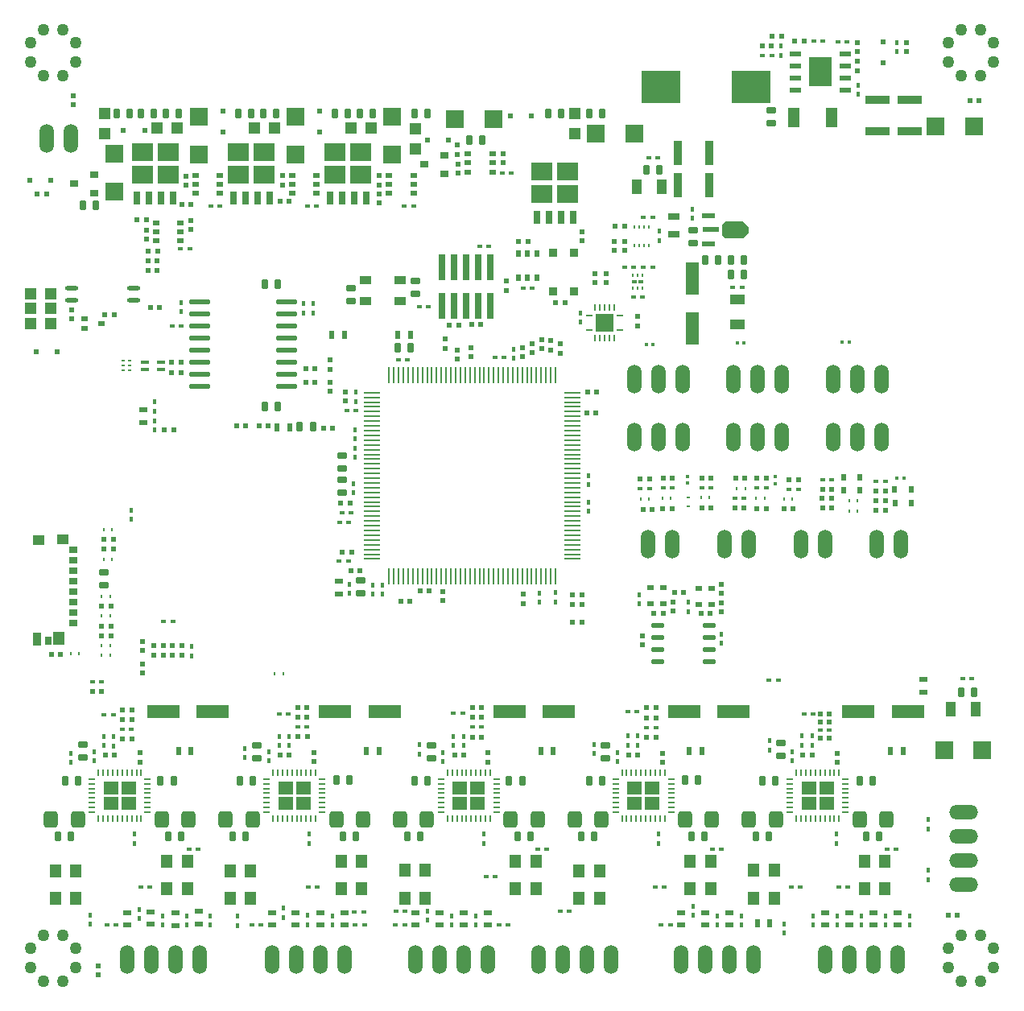
<source format=gtp>
G04*
G04 #@! TF.GenerationSoftware,Altium Limited,Altium Designer,18.1.7 (191)*
G04*
G04 Layer_Color=8421504*
%FSLAX25Y25*%
%MOIN*%
G70*
G01*
G75*
%ADD41O,0.05900X0.11900*%
%ADD42O,0.11900X0.05900*%
%ADD43R,0.06181X0.05276*%
%ADD44R,0.08898X0.07520*%
%ADD45R,0.02359X0.01181*%
%ADD46R,0.01201X0.01024*%
%ADD47R,0.05312X0.02162*%
%ADD48R,0.06887X0.02162*%
G04:AMPARAMS|DCode=49|XSize=20mil|YSize=22mil|CornerRadius=3.4mil|HoleSize=0mil|Usage=FLASHONLY|Rotation=270.000|XOffset=0mil|YOffset=0mil|HoleType=Round|Shape=RoundedRectangle|*
%AMROUNDEDRECTD49*
21,1,0.02000,0.01520,0,0,270.0*
21,1,0.01320,0.02200,0,0,270.0*
1,1,0.00680,-0.00760,-0.00660*
1,1,0.00680,-0.00760,0.00660*
1,1,0.00680,0.00760,0.00660*
1,1,0.00680,0.00760,-0.00660*
%
%ADD49ROUNDEDRECTD49*%
%ADD50O,0.00784X0.03147*%
%ADD51O,0.03147X0.00784*%
%ADD52R,0.02600X0.05400*%
%ADD53R,0.01454X0.01454*%
G04:AMPARAMS|DCode=54|XSize=20mil|YSize=22mil|CornerRadius=3.4mil|HoleSize=0mil|Usage=FLASHONLY|Rotation=180.000|XOffset=0mil|YOffset=0mil|HoleType=Round|Shape=RoundedRectangle|*
%AMROUNDEDRECTD54*
21,1,0.02000,0.01520,0,0,180.0*
21,1,0.01320,0.02200,0,0,180.0*
1,1,0.00680,-0.00660,0.00760*
1,1,0.00680,0.00660,0.00760*
1,1,0.00680,0.00660,-0.00760*
1,1,0.00680,-0.00660,-0.00760*
%
%ADD54ROUNDEDRECTD54*%
%ADD55R,0.01454X0.01454*%
%ADD56R,0.01378X0.00984*%
%ADD57R,0.03737X0.02556*%
%ADD58R,0.04524X0.03934*%
%ADD59R,0.04524X0.04328*%
%ADD60R,0.04524X0.05509*%
%ADD61R,0.02531X0.03737*%
%ADD62R,0.03343X0.05312*%
%ADD63R,0.07700X0.07700*%
%ADD64R,0.05312X0.13186*%
%ADD65R,0.03540X0.10430*%
%ADD66R,0.00784X0.01769*%
G04:AMPARAMS|DCode=67|XSize=27.13mil|YSize=37.37mil|CornerRadius=4.83mil|HoleSize=0mil|Usage=FLASHONLY|Rotation=90.000|XOffset=0mil|YOffset=0mil|HoleType=Round|Shape=RoundedRectangle|*
%AMROUNDEDRECTD67*
21,1,0.02713,0.02772,0,0,90.0*
21,1,0.01748,0.03737,0,0,90.0*
1,1,0.00965,0.01386,0.00874*
1,1,0.00965,0.01386,-0.00874*
1,1,0.00965,-0.01386,-0.00874*
1,1,0.00965,-0.01386,0.00874*
%
%ADD67ROUNDEDRECTD67*%
G04:AMPARAMS|DCode=68|XSize=27.13mil|YSize=37.37mil|CornerRadius=4.83mil|HoleSize=0mil|Usage=FLASHONLY|Rotation=0.000|XOffset=0mil|YOffset=0mil|HoleType=Round|Shape=RoundedRectangle|*
%AMROUNDEDRECTD68*
21,1,0.02713,0.02772,0,0,0.0*
21,1,0.01748,0.03737,0,0,0.0*
1,1,0.00965,0.00874,-0.01386*
1,1,0.00965,-0.00874,-0.01386*
1,1,0.00965,-0.00874,0.01386*
1,1,0.00965,0.00874,0.01386*
%
%ADD68ROUNDEDRECTD68*%
%ADD69R,0.10430X0.03540*%
%ADD70R,0.02162X0.02950*%
%ADD71R,0.02950X0.02162*%
%ADD72R,0.02438X0.03265*%
%ADD73R,0.13186X0.05312*%
G04:AMPARAMS|DCode=74|XSize=61mil|YSize=69mil|CornerRadius=14.75mil|HoleSize=0mil|Usage=FLASHONLY|Rotation=0.000|XOffset=0mil|YOffset=0mil|HoleType=Round|Shape=RoundedRectangle|*
%AMROUNDEDRECTD74*
21,1,0.06100,0.03950,0,0,0.0*
21,1,0.03150,0.06900,0,0,0.0*
1,1,0.02950,0.01575,-0.01975*
1,1,0.02950,-0.01575,-0.01975*
1,1,0.02950,-0.01575,0.01975*
1,1,0.02950,0.01575,0.01975*
%
%ADD74ROUNDEDRECTD74*%
%ADD75R,0.04918X0.05312*%
%ADD76R,0.03265X0.02438*%
%ADD77R,0.02200X0.02200*%
%ADD78R,0.03400X0.03000*%
%ADD79R,0.02200X0.02200*%
%ADD80R,0.02162X0.03147*%
%ADD81R,0.03147X0.02162*%
%ADD82R,0.04131X0.06493*%
%ADD83R,0.06493X0.04131*%
%ADD84R,0.00984X0.01378*%
%ADD85R,0.04600X0.04600*%
%ADD86R,0.04600X0.04600*%
%ADD87R,0.07700X0.07700*%
%ADD88O,0.05706X0.02162*%
%ADD89R,0.02753X0.10824*%
%ADD90R,0.00902X0.01375*%
%ADD91O,0.06887X0.00781*%
%ADD92O,0.00781X0.06887*%
%ADD93R,0.04524X0.03343*%
%ADD94O,0.08855X0.02162*%
%ADD95R,0.03737X0.03343*%
%ADD96R,0.03343X0.01375*%
%ADD97R,0.07800X0.07800*%
%ADD98O,0.02950X0.00902*%
%ADD99O,0.00902X0.02950*%
%ADD100R,0.02950X0.01965*%
%ADD101O,0.05509X0.01965*%
%ADD102R,0.04800X0.08100*%
%ADD103R,0.15942X0.13580*%
%ADD104R,0.04721X0.01965*%
%ADD105R,0.09249X0.12005*%
%ADD106R,0.04721X0.02950*%
%ADD107C,0.05000*%
%ADD108R,0.01769X0.01965*%
%ADD109R,0.01965X0.01769*%
G36*
X-53648Y182985D02*
X-52248Y184386D01*
X-44747Y184386D01*
X-42447Y182086D01*
X-42447Y179686D01*
X-44747Y177386D01*
X-52247Y177386D01*
X-53647Y178786D01*
X-53648Y182985D01*
D02*
G37*
G54D41*
X-323100Y218752D02*
D03*
X-333100D02*
D03*
X12300Y95152D02*
D03*
X-7700D02*
D03*
X2300D02*
D03*
X-28750D02*
D03*
X-48750D02*
D03*
X-38750D02*
D03*
X-69800D02*
D03*
X-89800D02*
D03*
X-79800D02*
D03*
X-7700Y119152D02*
D03*
X12300D02*
D03*
X2300D02*
D03*
X-48750D02*
D03*
X-28750D02*
D03*
X-38750D02*
D03*
X-89800D02*
D03*
X-69800D02*
D03*
X-79800D02*
D03*
X20300Y50552D02*
D03*
X10300D02*
D03*
X-11000D02*
D03*
X-21000D02*
D03*
X-42500D02*
D03*
X-52500D02*
D03*
X-74200D02*
D03*
X-84200D02*
D03*
X-11000Y-121248D02*
D03*
X-1000D02*
D03*
X19000D02*
D03*
X9000D02*
D03*
X-70500D02*
D03*
X-60500D02*
D03*
X-40500D02*
D03*
X-50500D02*
D03*
X-129500D02*
D03*
X-119500D02*
D03*
X-99500D02*
D03*
X-109500D02*
D03*
X-180500D02*
D03*
X-170500D02*
D03*
X-150500D02*
D03*
X-160500D02*
D03*
X-240000D02*
D03*
X-230000D02*
D03*
X-210000D02*
D03*
X-220000D02*
D03*
X-300000D02*
D03*
X-290000D02*
D03*
X-270000D02*
D03*
X-280000D02*
D03*
G54D42*
X46300Y-90248D02*
D03*
Y-80248D02*
D03*
Y-60248D02*
D03*
Y-70248D02*
D03*
G54D43*
X-299231Y-50256D02*
D03*
X-306598Y-56713D02*
D03*
X-306600Y-50255D02*
D03*
X-299232Y-56716D02*
D03*
X-82500D02*
D03*
X-89868Y-50255D02*
D03*
X-89865Y-56713D02*
D03*
X-82499Y-50256D02*
D03*
X-10255D02*
D03*
X-17621Y-56713D02*
D03*
X-17624Y-50255D02*
D03*
X-10256Y-56716D02*
D03*
X-226988D02*
D03*
X-234356Y-50255D02*
D03*
X-234353Y-56713D02*
D03*
X-226987Y-50256D02*
D03*
X-154743D02*
D03*
X-162109Y-56713D02*
D03*
X-162112Y-50255D02*
D03*
X-154744Y-56716D02*
D03*
G54D44*
X-128169Y205069D02*
D03*
X-117532Y205065D02*
D03*
X-117532Y195809D02*
D03*
X-128169Y195813D02*
D03*
X-213719Y203813D02*
D03*
X-203081Y203809D02*
D03*
X-203081Y213065D02*
D03*
X-213719Y213069D02*
D03*
X-253819D02*
D03*
X-243181Y213065D02*
D03*
X-243181Y203809D02*
D03*
X-253819Y203813D02*
D03*
X-293669D02*
D03*
X-283032Y203809D02*
D03*
X-283032Y213065D02*
D03*
X-293669Y213069D02*
D03*
G54D45*
X-89815Y159312D02*
D03*
X-87056D02*
D03*
G54D46*
X-298873Y126501D02*
D03*
X-298873Y124533D02*
D03*
Y122564D02*
D03*
X-301529Y122564D02*
D03*
Y124533D02*
D03*
X-301529Y126501D02*
D03*
G54D47*
X-59134Y186791D02*
D03*
Y174980D02*
D03*
G54D48*
X-58346Y180886D02*
D03*
G54D49*
X-120400Y133590D02*
D03*
Y129800D02*
D03*
X-86639Y8894D02*
D03*
Y12684D02*
D03*
X-293484Y6643D02*
D03*
Y10433D02*
D03*
X-284933Y4752D02*
D03*
Y8542D02*
D03*
X-169311Y27175D02*
D03*
Y30965D02*
D03*
X-281067Y4752D02*
D03*
Y8542D02*
D03*
X-277200Y4752D02*
D03*
Y8542D02*
D03*
X-288800Y8552D02*
D03*
Y4762D02*
D03*
X-132100Y133700D02*
D03*
Y129910D02*
D03*
X-124500Y131100D02*
D03*
Y134890D02*
D03*
X-128200Y135400D02*
D03*
Y131610D02*
D03*
X-135807Y29932D02*
D03*
Y26142D02*
D03*
X-163071Y131113D02*
D03*
Y127323D02*
D03*
X-157625Y132139D02*
D03*
Y128349D02*
D03*
X-53817Y26422D02*
D03*
Y22633D02*
D03*
X-322100Y236452D02*
D03*
Y232662D02*
D03*
X-312000Y-127648D02*
D03*
Y-123858D02*
D03*
X22913Y258447D02*
D03*
Y254658D02*
D03*
X-136100Y128300D02*
D03*
Y132090D02*
D03*
X-275699Y199366D02*
D03*
Y203155D02*
D03*
X-209500Y109852D02*
D03*
Y113642D02*
D03*
X-216000Y123152D02*
D03*
Y126942D02*
D03*
Y117652D02*
D03*
Y113862D02*
D03*
X-273400Y180952D02*
D03*
Y184742D02*
D03*
X-291900Y180652D02*
D03*
Y176862D02*
D03*
X-106181Y158907D02*
D03*
Y162697D02*
D03*
X-195500Y195652D02*
D03*
Y191862D02*
D03*
X-88600Y141152D02*
D03*
Y144942D02*
D03*
X-163100Y212152D02*
D03*
Y215942D02*
D03*
X-163000Y208152D02*
D03*
Y204362D02*
D03*
X-144100Y208652D02*
D03*
Y212442D02*
D03*
X-235598Y199458D02*
D03*
Y203248D02*
D03*
X-195600Y199452D02*
D03*
Y203242D02*
D03*
X-111400Y179952D02*
D03*
Y176162D02*
D03*
X-101457Y158907D02*
D03*
Y162697D02*
D03*
X-143048Y159606D02*
D03*
Y155817D02*
D03*
X-168091Y135542D02*
D03*
Y131752D02*
D03*
X-73848Y26664D02*
D03*
Y22874D02*
D03*
X-78374Y-36013D02*
D03*
Y-39803D02*
D03*
X-53839Y34085D02*
D03*
Y30295D02*
D03*
X-5933Y-35915D02*
D03*
Y-39705D02*
D03*
X-294516Y-35718D02*
D03*
Y-39508D02*
D03*
X-222468Y-35521D02*
D03*
Y-39311D02*
D03*
X-150421Y-35797D02*
D03*
Y-39587D02*
D03*
X-293484Y-2707D02*
D03*
Y1083D02*
D03*
X-322933Y143931D02*
D03*
Y147720D02*
D03*
X2335Y246770D02*
D03*
Y250560D02*
D03*
Y254570D02*
D03*
Y258360D02*
D03*
X-98063Y176093D02*
D03*
Y172303D02*
D03*
X-94028Y172293D02*
D03*
Y176083D02*
D03*
G54D50*
X-311774Y-63051D02*
D03*
X-309805D02*
D03*
X-307837D02*
D03*
X-305869D02*
D03*
X-303900D02*
D03*
X-301932D02*
D03*
X-299963D02*
D03*
X-297994D02*
D03*
X-296026D02*
D03*
X-294057D02*
D03*
Y-43917D02*
D03*
X-296026D02*
D03*
X-297994D02*
D03*
X-299963D02*
D03*
X-301932D02*
D03*
X-303900D02*
D03*
X-305869D02*
D03*
X-307837D02*
D03*
X-309805D02*
D03*
X-311774D02*
D03*
X-95042D02*
D03*
X-93073D02*
D03*
X-91105D02*
D03*
X-89136D02*
D03*
X-87168D02*
D03*
X-85199D02*
D03*
X-83231D02*
D03*
X-81262D02*
D03*
X-79294D02*
D03*
X-77325D02*
D03*
Y-63051D02*
D03*
X-79294D02*
D03*
X-81262D02*
D03*
X-83231D02*
D03*
X-85199D02*
D03*
X-87168D02*
D03*
X-89136D02*
D03*
X-91105D02*
D03*
X-93073D02*
D03*
X-95042D02*
D03*
X-22798D02*
D03*
X-20829D02*
D03*
X-18861D02*
D03*
X-16892D02*
D03*
X-14924D02*
D03*
X-12955D02*
D03*
X-10987D02*
D03*
X-9018D02*
D03*
X-7050D02*
D03*
X-5081D02*
D03*
Y-43917D02*
D03*
X-7050D02*
D03*
X-9018D02*
D03*
X-10987D02*
D03*
X-12955D02*
D03*
X-14924D02*
D03*
X-16892D02*
D03*
X-18861D02*
D03*
X-20829D02*
D03*
X-22798D02*
D03*
X-239530D02*
D03*
X-237561D02*
D03*
X-235593D02*
D03*
X-233624D02*
D03*
X-231656D02*
D03*
X-229687D02*
D03*
X-227719D02*
D03*
X-225750D02*
D03*
X-223782D02*
D03*
X-221813D02*
D03*
Y-63051D02*
D03*
X-223782D02*
D03*
X-225750D02*
D03*
X-227719D02*
D03*
X-229687D02*
D03*
X-231656D02*
D03*
X-233624D02*
D03*
X-235593D02*
D03*
X-237561D02*
D03*
X-239530D02*
D03*
X-167286D02*
D03*
X-165317D02*
D03*
X-163349D02*
D03*
X-161380D02*
D03*
X-159412D02*
D03*
X-157443D02*
D03*
X-155475D02*
D03*
X-153506D02*
D03*
X-151538D02*
D03*
X-149569D02*
D03*
Y-43917D02*
D03*
X-151538D02*
D03*
X-153506D02*
D03*
X-155475D02*
D03*
X-157443D02*
D03*
X-159412D02*
D03*
X-161380D02*
D03*
X-163349D02*
D03*
X-165317D02*
D03*
X-167286D02*
D03*
G54D51*
X-291400Y-60374D02*
D03*
Y-58405D02*
D03*
Y-56437D02*
D03*
Y-54468D02*
D03*
Y-52500D02*
D03*
Y-50531D02*
D03*
Y-48563D02*
D03*
Y-46594D02*
D03*
X-314432D02*
D03*
Y-48563D02*
D03*
Y-50531D02*
D03*
Y-52500D02*
D03*
Y-54468D02*
D03*
Y-56437D02*
D03*
Y-58405D02*
D03*
Y-60374D02*
D03*
X-97699D02*
D03*
Y-58405D02*
D03*
Y-56437D02*
D03*
Y-54468D02*
D03*
Y-52500D02*
D03*
Y-50531D02*
D03*
Y-48563D02*
D03*
Y-46594D02*
D03*
X-74668D02*
D03*
Y-48563D02*
D03*
Y-50531D02*
D03*
Y-52500D02*
D03*
Y-54468D02*
D03*
Y-56437D02*
D03*
Y-58405D02*
D03*
Y-60374D02*
D03*
X-2424D02*
D03*
Y-58405D02*
D03*
Y-56437D02*
D03*
Y-54468D02*
D03*
Y-52500D02*
D03*
Y-50531D02*
D03*
Y-48563D02*
D03*
Y-46594D02*
D03*
X-25455D02*
D03*
Y-48563D02*
D03*
Y-50531D02*
D03*
Y-52500D02*
D03*
Y-54468D02*
D03*
Y-56437D02*
D03*
Y-58405D02*
D03*
Y-60374D02*
D03*
X-242187D02*
D03*
Y-58405D02*
D03*
Y-56437D02*
D03*
Y-54468D02*
D03*
Y-52500D02*
D03*
Y-50531D02*
D03*
Y-48563D02*
D03*
Y-46594D02*
D03*
X-219156D02*
D03*
Y-48563D02*
D03*
Y-50531D02*
D03*
Y-52500D02*
D03*
Y-54468D02*
D03*
Y-56437D02*
D03*
Y-58405D02*
D03*
Y-60374D02*
D03*
X-146912D02*
D03*
Y-58405D02*
D03*
Y-56437D02*
D03*
Y-54468D02*
D03*
Y-52500D02*
D03*
Y-50531D02*
D03*
Y-48563D02*
D03*
Y-46594D02*
D03*
X-169943D02*
D03*
Y-48563D02*
D03*
Y-50531D02*
D03*
Y-52500D02*
D03*
Y-54468D02*
D03*
Y-56437D02*
D03*
Y-58405D02*
D03*
Y-60374D02*
D03*
G54D52*
X-130350Y185915D02*
D03*
X-125350D02*
D03*
X-120350D02*
D03*
X-115350D02*
D03*
X-200900Y193915D02*
D03*
X-205900D02*
D03*
X-210900D02*
D03*
X-215900D02*
D03*
X-256000D02*
D03*
X-251000D02*
D03*
X-246000D02*
D03*
X-241000D02*
D03*
X-280850D02*
D03*
X-285850D02*
D03*
X-290850D02*
D03*
X-295850D02*
D03*
G54D53*
X-47370Y133858D02*
D03*
X-44614D02*
D03*
X-84870Y133366D02*
D03*
X-82114D02*
D03*
X-1012Y134449D02*
D03*
X-3768D02*
D03*
X21654Y77953D02*
D03*
X18898D02*
D03*
G54D54*
X-207009Y47450D02*
D03*
X-210798D02*
D03*
X-280682Y98028D02*
D03*
X-284472D02*
D03*
X-9053Y-29744D02*
D03*
X-12843D02*
D03*
X-105500Y113652D02*
D03*
X-109290D02*
D03*
X-207700Y67500D02*
D03*
X-211490D02*
D03*
X-254700Y99652D02*
D03*
X-250910D02*
D03*
X-182765Y27106D02*
D03*
X-186555D02*
D03*
X-241500Y99652D02*
D03*
X-245290D02*
D03*
X-109676Y105118D02*
D03*
X-105886D02*
D03*
X-174793Y31240D02*
D03*
X-178583D02*
D03*
X-9053Y-23051D02*
D03*
X-12843D02*
D03*
X-115485Y25677D02*
D03*
X-111695D02*
D03*
X-111686Y29651D02*
D03*
X-115476D02*
D03*
X-115505Y18198D02*
D03*
X-111715D02*
D03*
X-333336Y195571D02*
D03*
X-337126D02*
D03*
X52758Y234315D02*
D03*
X48968D02*
D03*
X43800Y-102948D02*
D03*
X40010D02*
D03*
X-58194Y78140D02*
D03*
X-61984D02*
D03*
X-69448Y30774D02*
D03*
X-73238D02*
D03*
X-122400Y150652D02*
D03*
X-118610D02*
D03*
X-207195Y39665D02*
D03*
X-203405D02*
D03*
X-309500Y52700D02*
D03*
X-305710D02*
D03*
X-309500Y48600D02*
D03*
X-305710D02*
D03*
X-310399Y25000D02*
D03*
X-306609D02*
D03*
X-306600Y12800D02*
D03*
X-310390D02*
D03*
X-306600Y16800D02*
D03*
X-310390D02*
D03*
X-47905Y78111D02*
D03*
X-44115D02*
D03*
X-291186Y163846D02*
D03*
X-287396D02*
D03*
X-291184Y167952D02*
D03*
X-287395D02*
D03*
X-236644Y192618D02*
D03*
X-232854D02*
D03*
X-277297Y191344D02*
D03*
X-273507D02*
D03*
X-287367Y171942D02*
D03*
X-291157D02*
D03*
X-281400Y121552D02*
D03*
X-277610D02*
D03*
X-281400Y125952D02*
D03*
X-277610D02*
D03*
X-225900Y123252D02*
D03*
X-222110D02*
D03*
X-226000Y117752D02*
D03*
X-222210D02*
D03*
X-214900Y98552D02*
D03*
X-218690D02*
D03*
X-134000Y175852D02*
D03*
X-137790D02*
D03*
X-74273Y65433D02*
D03*
X-78063D02*
D03*
X-74252Y78012D02*
D03*
X-78042D02*
D03*
X-82425Y64855D02*
D03*
X-86214D02*
D03*
X-295800Y184852D02*
D03*
X-292010D02*
D03*
X-35364Y65298D02*
D03*
X-39154D02*
D03*
X-48258Y65650D02*
D03*
X-44469D02*
D03*
X-58206Y65767D02*
D03*
X-61996D02*
D03*
X-308900Y-36800D02*
D03*
X-305110D02*
D03*
X-298000Y-22100D02*
D03*
X-301790D02*
D03*
X-157000Y-17000D02*
D03*
X-153210D02*
D03*
X-229200Y-16900D02*
D03*
X-225410D02*
D03*
X-310529Y-10453D02*
D03*
X-314319D02*
D03*
X-331231Y5118D02*
D03*
X-327441D02*
D03*
X-301800Y-18000D02*
D03*
X-298010D02*
D03*
X-83627Y77806D02*
D03*
X-87417D02*
D03*
X-157200Y141552D02*
D03*
X-153410D02*
D03*
X-162600Y141452D02*
D03*
X-166390D02*
D03*
X-78048Y22122D02*
D03*
X-81838D02*
D03*
X-84800Y-17000D02*
D03*
X-81010D02*
D03*
X-81000Y-21200D02*
D03*
X-84790D02*
D03*
X-81000Y-29400D02*
D03*
X-84790D02*
D03*
X-92300Y-36600D02*
D03*
X-88510D02*
D03*
X-21948Y77468D02*
D03*
X-25738D02*
D03*
X-24058Y65300D02*
D03*
X-27848D02*
D03*
X-58533Y22146D02*
D03*
X-62323D02*
D03*
X-12853Y-19705D02*
D03*
X-9063D02*
D03*
X-12058Y69587D02*
D03*
X-8268D02*
D03*
X-8238Y73425D02*
D03*
X-12028D02*
D03*
X-12038Y65650D02*
D03*
X-8248D02*
D03*
X10206Y68701D02*
D03*
X13996D02*
D03*
X14006Y72638D02*
D03*
X10216D02*
D03*
X10206Y64665D02*
D03*
X13996D02*
D03*
X-20100Y-36600D02*
D03*
X-16310D02*
D03*
X-298000Y-30000D02*
D03*
X-301790D02*
D03*
X-225400Y-21000D02*
D03*
X-229190D02*
D03*
X-225300Y-29100D02*
D03*
X-229090D02*
D03*
X-236600Y-36700D02*
D03*
X-232810D02*
D03*
X-153200Y-21100D02*
D03*
X-156990D02*
D03*
X-153100Y-29200D02*
D03*
X-156890D02*
D03*
X-164300Y-36700D02*
D03*
X-160510D02*
D03*
X-305344Y145666D02*
D03*
X-309134D02*
D03*
X-290186Y148516D02*
D03*
X-286397D02*
D03*
X-35326Y78074D02*
D03*
X-39116D02*
D03*
X-23435Y258937D02*
D03*
X-19646D02*
D03*
X-28986Y261102D02*
D03*
X-32776D02*
D03*
X-33065Y257070D02*
D03*
X-36855D02*
D03*
X-97817Y182461D02*
D03*
X-94028D02*
D03*
G54D55*
X-31496Y78543D02*
D03*
Y75787D02*
D03*
X-67716Y78740D02*
D03*
Y75984D02*
D03*
G54D56*
X-67421Y66339D02*
D03*
Y69882D02*
D03*
G54D57*
X-322310Y48209D02*
D03*
Y43879D02*
D03*
Y39548D02*
D03*
Y35217D02*
D03*
Y30887D02*
D03*
Y26556D02*
D03*
Y22225D02*
D03*
Y17894D02*
D03*
G54D58*
X-326444Y52639D02*
D03*
G54D59*
X-336641Y52442D02*
D03*
G54D60*
X-328176Y11497D02*
D03*
G54D61*
X-332704Y10611D02*
D03*
G54D62*
X-337231Y11398D02*
D03*
G54D63*
X50636Y223799D02*
D03*
X34862D02*
D03*
X-164100Y226652D02*
D03*
X-148326D02*
D03*
X54132Y-34764D02*
D03*
X38358D02*
D03*
X-105800Y220552D02*
D03*
X-90026D02*
D03*
G54D64*
X-65800Y160588D02*
D03*
Y140116D02*
D03*
G54D65*
X-71780Y199488D02*
D03*
X-58984D02*
D03*
X-71780Y212579D02*
D03*
X-58984D02*
D03*
G54D66*
X-83988Y181870D02*
D03*
X-89894Y174390D02*
D03*
X-87925D02*
D03*
X-85957D02*
D03*
X-83988D02*
D03*
X-89894Y181870D02*
D03*
X-87925D02*
D03*
X-85957D02*
D03*
G54D67*
X-65630Y180709D02*
D03*
Y175354D02*
D03*
X-33295Y225059D02*
D03*
Y230413D02*
D03*
X-101833Y-38071D02*
D03*
Y-32717D02*
D03*
X-174035Y-37972D02*
D03*
Y-32618D02*
D03*
X-246287Y-38032D02*
D03*
Y-32677D02*
D03*
X-29358Y-31594D02*
D03*
Y-36949D02*
D03*
X-203200Y35577D02*
D03*
Y30223D02*
D03*
X-207213Y151437D02*
D03*
Y156791D02*
D03*
X-180702Y154421D02*
D03*
Y159776D02*
D03*
X-309600Y38877D02*
D03*
Y33523D02*
D03*
X-210900Y87377D02*
D03*
Y82023D02*
D03*
X-318236Y-37638D02*
D03*
Y-32283D02*
D03*
X-210900Y77277D02*
D03*
Y71923D02*
D03*
G54D68*
X-44646Y168287D02*
D03*
X-50000D02*
D03*
X-55079Y168386D02*
D03*
X-60433D02*
D03*
X-63394Y-47165D02*
D03*
X-68748D02*
D03*
X-180847Y-47303D02*
D03*
X-175492D02*
D03*
X-136366Y-47328D02*
D03*
X-141721D02*
D03*
X-178683Y-70236D02*
D03*
X-184038D02*
D03*
X-253189Y-47205D02*
D03*
X-247835D02*
D03*
X-207882Y-47165D02*
D03*
X-213236D02*
D03*
X-250894Y-70197D02*
D03*
X-256248D02*
D03*
X-210571Y-70236D02*
D03*
X-205217D02*
D03*
X11474Y-70236D02*
D03*
X6120D02*
D03*
X-39550D02*
D03*
X-34195D02*
D03*
X-237423Y107752D02*
D03*
X-242777D02*
D03*
Y158352D02*
D03*
X-237423D02*
D03*
X-84777Y205676D02*
D03*
X-79423D02*
D03*
X-304177Y228952D02*
D03*
X-298822D02*
D03*
X-180977Y228952D02*
D03*
X-175623D02*
D03*
X-278623Y228952D02*
D03*
X-283978D02*
D03*
X-243677Y228952D02*
D03*
X-238323D02*
D03*
X-198323Y228951D02*
D03*
X-203678D02*
D03*
X-182612Y132007D02*
D03*
X-187966D02*
D03*
X-223029Y99200D02*
D03*
X-228383D02*
D03*
X-44523Y162287D02*
D03*
X-49877D02*
D03*
X50658Y-10796D02*
D03*
X45303D02*
D03*
X-318377Y190952D02*
D03*
X-313023D02*
D03*
X-153023Y218052D02*
D03*
X-158377D02*
D03*
X-288723Y228952D02*
D03*
X-294077D02*
D03*
X-248523D02*
D03*
X-253877D02*
D03*
X-213777Y228952D02*
D03*
X-208423D02*
D03*
X-108701Y-47205D02*
D03*
X-103347D02*
D03*
X-106439Y-70236D02*
D03*
X-111794D02*
D03*
X-66124D02*
D03*
X-60770D02*
D03*
X8653Y-47264D02*
D03*
X3299D02*
D03*
X-36777Y-47300D02*
D03*
X-31423D02*
D03*
X-280697Y-47362D02*
D03*
X-286051D02*
D03*
X-325433Y-47205D02*
D03*
X-320079D02*
D03*
X-323138Y-70197D02*
D03*
X-328492D02*
D03*
X-282823D02*
D03*
X-277468D02*
D03*
X-138368Y-70236D02*
D03*
X-133014D02*
D03*
X-120223Y228951D02*
D03*
X-125577D02*
D03*
X-103323D02*
D03*
X-108677D02*
D03*
G54D69*
X10898Y234527D02*
D03*
Y221732D02*
D03*
X23988Y234527D02*
D03*
Y221732D02*
D03*
G54D70*
X24700Y67665D02*
D03*
X18007D02*
D03*
X17950Y73303D02*
D03*
X24643D02*
D03*
X3445Y72933D02*
D03*
X-3248D02*
D03*
X-3150Y78248D02*
D03*
X3543D02*
D03*
G54D71*
X-58048Y32446D02*
D03*
Y25754D02*
D03*
X-63348Y25754D02*
D03*
Y32447D02*
D03*
X-83248Y26028D02*
D03*
Y32720D02*
D03*
X-77848Y32620D02*
D03*
Y25927D02*
D03*
G54D72*
X-67114Y-34862D02*
D03*
X-61878D02*
D03*
X-200776Y-34961D02*
D03*
X-195539D02*
D03*
X-278630Y-34862D02*
D03*
X-273394D02*
D03*
X-182682Y137352D02*
D03*
X-187918D02*
D03*
X-38965Y-106417D02*
D03*
X-33728D02*
D03*
X-209895Y137345D02*
D03*
X-215131D02*
D03*
X16055Y-34862D02*
D03*
X21291D02*
D03*
X-128630Y-34961D02*
D03*
X-123394D02*
D03*
X-232658Y98859D02*
D03*
X-237894D02*
D03*
G54D73*
X-193335Y-18524D02*
D03*
X-213807D02*
D03*
X-48847D02*
D03*
X-69319D02*
D03*
X23398D02*
D03*
X2925D02*
D03*
X-264496D02*
D03*
X-284968D02*
D03*
X-121189D02*
D03*
X-141661D02*
D03*
G54D74*
X-186959Y-63248D02*
D03*
X-175761D02*
D03*
X-259169Y-63209D02*
D03*
X-247971D02*
D03*
X-202079Y-63189D02*
D03*
X-213277D02*
D03*
X-114715Y-63248D02*
D03*
X-103516D02*
D03*
X-57750D02*
D03*
X-68949D02*
D03*
X-42508Y-63287D02*
D03*
X-31309D02*
D03*
X14555Y-63189D02*
D03*
X3357D02*
D03*
X-331413Y-63209D02*
D03*
X-320215D02*
D03*
X-274421Y-63189D02*
D03*
X-285620D02*
D03*
X-129933Y-63287D02*
D03*
X-141131D02*
D03*
G54D75*
X-275028Y-92047D02*
D03*
Y-80630D02*
D03*
X-321063Y-84547D02*
D03*
Y-95965D02*
D03*
X-283563Y-80610D02*
D03*
Y-92028D02*
D03*
X-185039Y-95866D02*
D03*
Y-84449D02*
D03*
X-176476D02*
D03*
Y-95866D02*
D03*
X-130512Y-92126D02*
D03*
Y-80709D02*
D03*
X-139075D02*
D03*
Y-92126D02*
D03*
X-40551Y-95866D02*
D03*
Y-84449D02*
D03*
X-31988D02*
D03*
Y-95866D02*
D03*
X13878Y-92028D02*
D03*
Y-80610D02*
D03*
X5315D02*
D03*
Y-92028D02*
D03*
X-112857Y-96024D02*
D03*
Y-84606D02*
D03*
X-104331Y-84646D02*
D03*
Y-96063D02*
D03*
X-58268Y-92028D02*
D03*
Y-80610D02*
D03*
X-66831D02*
D03*
Y-92028D02*
D03*
X-257382Y-95965D02*
D03*
Y-84547D02*
D03*
X-248819D02*
D03*
Y-95965D02*
D03*
X-202783Y-92047D02*
D03*
Y-80630D02*
D03*
X-211319Y-80610D02*
D03*
Y-92028D02*
D03*
X-329555Y-95984D02*
D03*
Y-84567D02*
D03*
G54D76*
X-293154Y101075D02*
D03*
Y106311D02*
D03*
X-212205Y30059D02*
D03*
Y35295D02*
D03*
X19000Y-101912D02*
D03*
Y-107148D02*
D03*
X9000Y-101912D02*
D03*
Y-107148D02*
D03*
X-1000Y-101912D02*
D03*
Y-107148D02*
D03*
X-11000Y-101912D02*
D03*
Y-107148D02*
D03*
X-50500Y-101912D02*
D03*
Y-107148D02*
D03*
X-60500Y-101930D02*
D03*
Y-107166D02*
D03*
X-70500Y-101912D02*
D03*
Y-107148D02*
D03*
X-150500Y-101912D02*
D03*
Y-107148D02*
D03*
X-160500Y-101912D02*
D03*
Y-107148D02*
D03*
X-170500Y-101930D02*
D03*
Y-107166D02*
D03*
X-180500Y-101912D02*
D03*
Y-107148D02*
D03*
X-210000Y-101912D02*
D03*
Y-107148D02*
D03*
X-220000Y-101848D02*
D03*
Y-107084D02*
D03*
X-230200Y-101848D02*
D03*
Y-107084D02*
D03*
X-240000Y-101930D02*
D03*
Y-107166D02*
D03*
X29795Y-10512D02*
D03*
Y-5276D02*
D03*
X-280000Y-101948D02*
D03*
Y-107184D02*
D03*
X-270200Y-101430D02*
D03*
Y-106666D02*
D03*
X-290100Y-101548D02*
D03*
Y-106784D02*
D03*
X-300000Y-101930D02*
D03*
Y-107166D02*
D03*
G54D77*
X13013Y258747D02*
D03*
Y250016D02*
D03*
X-220300Y230152D02*
D03*
Y221421D02*
D03*
X-260100Y230152D02*
D03*
Y221421D02*
D03*
G54D78*
X-321900Y199852D02*
D03*
X-313563Y203652D02*
D03*
Y196112D02*
D03*
X-176800Y207852D02*
D03*
X-168463Y211652D02*
D03*
Y204112D02*
D03*
G54D79*
X-141300Y228052D02*
D03*
X-132569D02*
D03*
X-301400Y221952D02*
D03*
X-292669D02*
D03*
X-340140Y201278D02*
D03*
X-331409D02*
D03*
X-337631Y130452D02*
D03*
X-328900D02*
D03*
X-166727Y218038D02*
D03*
X-175458D02*
D03*
G54D80*
X-137840Y171103D02*
D03*
X-134100D02*
D03*
X-130360D02*
D03*
Y161064D02*
D03*
X-134100D02*
D03*
X-137840D02*
D03*
G54D81*
X-191400Y195912D02*
D03*
Y199652D02*
D03*
Y203392D02*
D03*
X-181361D02*
D03*
Y199652D02*
D03*
Y195912D02*
D03*
X-231465Y195846D02*
D03*
Y199587D02*
D03*
Y203327D02*
D03*
X-221425D02*
D03*
Y199587D02*
D03*
Y195846D02*
D03*
X-271622D02*
D03*
Y199587D02*
D03*
Y203327D02*
D03*
X-261583D02*
D03*
Y199587D02*
D03*
Y195846D02*
D03*
X-287792Y176299D02*
D03*
Y180039D02*
D03*
Y183779D02*
D03*
X-277753D02*
D03*
Y180039D02*
D03*
Y176299D02*
D03*
X-158720Y204812D02*
D03*
Y208552D02*
D03*
Y212292D02*
D03*
X-148680D02*
D03*
Y208552D02*
D03*
Y204812D02*
D03*
G54D82*
X-78483Y198552D02*
D03*
X-88916D02*
D03*
X51397Y-17596D02*
D03*
X40964D02*
D03*
G54D83*
X-47200Y141641D02*
D03*
Y152074D02*
D03*
G54D84*
X-58803Y69975D02*
D03*
X-62347D02*
D03*
X-43961Y73826D02*
D03*
X-47504D02*
D03*
X-35953Y69621D02*
D03*
X-39496D02*
D03*
X-78337Y69748D02*
D03*
X-74794D02*
D03*
X-83797Y69369D02*
D03*
X-87340D02*
D03*
X-306128Y44493D02*
D03*
X-309672D02*
D03*
X-310472Y29000D02*
D03*
X-306928D02*
D03*
Y4729D02*
D03*
X-310472D02*
D03*
Y20900D02*
D03*
X-306928D02*
D03*
Y8800D02*
D03*
X-310472D02*
D03*
X-28034Y69311D02*
D03*
X-24490D02*
D03*
X-235228Y-2948D02*
D03*
X-238772D02*
D03*
X2559Y64370D02*
D03*
X-984D02*
D03*
Y68504D02*
D03*
X2559D02*
D03*
X-319750Y5305D02*
D03*
X-323293D02*
D03*
X-309672Y56700D02*
D03*
X-306128D02*
D03*
G54D85*
X-331399Y142128D02*
D03*
X-339733D02*
D03*
Y148228D02*
D03*
X-331399D02*
D03*
X-207300Y223152D02*
D03*
X-198966D02*
D03*
X-238866D02*
D03*
X-247200D02*
D03*
X-287400D02*
D03*
X-279066D02*
D03*
X-339733Y154328D02*
D03*
X-331399D02*
D03*
G54D86*
X-114400Y228986D02*
D03*
Y220652D02*
D03*
X-309200Y220618D02*
D03*
Y228952D02*
D03*
X-180524Y214450D02*
D03*
Y222783D02*
D03*
G54D87*
X-190200Y227626D02*
D03*
Y211852D02*
D03*
X-230200Y212052D02*
D03*
Y227826D02*
D03*
X-270100D02*
D03*
Y212052D02*
D03*
X-305200Y196678D02*
D03*
Y212452D02*
D03*
G54D88*
X-58886Y2028D02*
D03*
Y7028D02*
D03*
Y12027D02*
D03*
Y17028D02*
D03*
X-80146Y2028D02*
D03*
Y7028D02*
D03*
Y12027D02*
D03*
Y17028D02*
D03*
G54D89*
X-169600Y149360D02*
D03*
Y165344D02*
D03*
X-164600Y149360D02*
D03*
Y165344D02*
D03*
X-159600Y149360D02*
D03*
Y165344D02*
D03*
X-154600Y149360D02*
D03*
Y165344D02*
D03*
X-149600Y149360D02*
D03*
Y165344D02*
D03*
G54D90*
X-90404Y156753D02*
D03*
X-88435D02*
D03*
X-86467D02*
D03*
Y161871D02*
D03*
X-88435D02*
D03*
X-90404D02*
D03*
G54D91*
X-115465Y113411D02*
D03*
Y111442D02*
D03*
Y109474D02*
D03*
Y107505D02*
D03*
Y105537D02*
D03*
Y103568D02*
D03*
Y101600D02*
D03*
Y99631D02*
D03*
Y97663D02*
D03*
Y95694D02*
D03*
Y93726D02*
D03*
Y91757D02*
D03*
Y89789D02*
D03*
Y87820D02*
D03*
Y85852D02*
D03*
Y83883D02*
D03*
Y81915D02*
D03*
Y79946D02*
D03*
Y77978D02*
D03*
Y76009D02*
D03*
Y74041D02*
D03*
Y72072D02*
D03*
Y70104D02*
D03*
Y68135D02*
D03*
Y66167D02*
D03*
Y64198D02*
D03*
Y62230D02*
D03*
Y60261D02*
D03*
Y58293D02*
D03*
Y56324D02*
D03*
Y54356D02*
D03*
Y52387D02*
D03*
Y50419D02*
D03*
Y48450D02*
D03*
Y46482D02*
D03*
Y44513D02*
D03*
X-198535D02*
D03*
Y46482D02*
D03*
Y48450D02*
D03*
Y50419D02*
D03*
Y52387D02*
D03*
Y54356D02*
D03*
Y56324D02*
D03*
Y58293D02*
D03*
Y60261D02*
D03*
Y62230D02*
D03*
Y64198D02*
D03*
Y66167D02*
D03*
Y68135D02*
D03*
Y70104D02*
D03*
Y72072D02*
D03*
Y74041D02*
D03*
Y76009D02*
D03*
Y77978D02*
D03*
Y79946D02*
D03*
Y81915D02*
D03*
Y83883D02*
D03*
Y85852D02*
D03*
Y87820D02*
D03*
Y89789D02*
D03*
Y91757D02*
D03*
Y93726D02*
D03*
Y95694D02*
D03*
Y97663D02*
D03*
Y99631D02*
D03*
Y101600D02*
D03*
Y103568D02*
D03*
Y105537D02*
D03*
Y107505D02*
D03*
Y109474D02*
D03*
Y111442D02*
D03*
Y113411D02*
D03*
G54D92*
X-122551Y37427D02*
D03*
X-124520D02*
D03*
X-126488D02*
D03*
X-128457D02*
D03*
X-130425D02*
D03*
X-132394D02*
D03*
X-134362D02*
D03*
X-136331D02*
D03*
X-138299D02*
D03*
X-140268D02*
D03*
X-142236D02*
D03*
X-144205D02*
D03*
X-146173D02*
D03*
X-148142D02*
D03*
X-150110D02*
D03*
X-152079D02*
D03*
X-154047D02*
D03*
X-156016D02*
D03*
X-157984D02*
D03*
X-159953D02*
D03*
X-161921D02*
D03*
X-163890D02*
D03*
X-165858D02*
D03*
X-167827D02*
D03*
X-169795D02*
D03*
X-171764D02*
D03*
X-173732D02*
D03*
X-175701D02*
D03*
X-177669D02*
D03*
X-179638D02*
D03*
X-181606D02*
D03*
X-183575D02*
D03*
X-185543D02*
D03*
X-187512D02*
D03*
X-189480D02*
D03*
X-191449D02*
D03*
Y120498D02*
D03*
X-189480D02*
D03*
X-187512D02*
D03*
X-185543D02*
D03*
X-183575D02*
D03*
X-181606D02*
D03*
X-179638D02*
D03*
X-177669D02*
D03*
X-175701D02*
D03*
X-173732D02*
D03*
X-171764D02*
D03*
X-169795D02*
D03*
X-167827D02*
D03*
X-165858D02*
D03*
X-163890D02*
D03*
X-161921D02*
D03*
X-159953D02*
D03*
X-157984D02*
D03*
X-156016D02*
D03*
X-154047D02*
D03*
X-152079D02*
D03*
X-150110D02*
D03*
X-148142D02*
D03*
X-146173D02*
D03*
X-144205D02*
D03*
X-142236D02*
D03*
X-140268D02*
D03*
X-138299D02*
D03*
X-136331D02*
D03*
X-134362D02*
D03*
X-132394D02*
D03*
X-130425D02*
D03*
X-128457D02*
D03*
X-126488D02*
D03*
X-124520D02*
D03*
X-122551D02*
D03*
G54D93*
X-201286Y159929D02*
D03*
X-186719D02*
D03*
Y151268D02*
D03*
X-201286D02*
D03*
G54D94*
X-233988Y115852D02*
D03*
Y120852D02*
D03*
Y125852D02*
D03*
Y130852D02*
D03*
Y135852D02*
D03*
Y140852D02*
D03*
Y145852D02*
D03*
Y150852D02*
D03*
X-270012Y115852D02*
D03*
Y120852D02*
D03*
Y125852D02*
D03*
Y130852D02*
D03*
Y135852D02*
D03*
Y140852D02*
D03*
Y145852D02*
D03*
Y150852D02*
D03*
G54D95*
X-123631Y171423D02*
D03*
X-114969Y155281D02*
D03*
Y171423D02*
D03*
X-123631Y155281D02*
D03*
G54D96*
X-285753Y126108D02*
D03*
X-292446D02*
D03*
Y122958D02*
D03*
X-285753D02*
D03*
G54D97*
X-102291Y142303D02*
D03*
G54D98*
X-108689Y139350D02*
D03*
Y145256D02*
D03*
X-95894D02*
D03*
Y139350D02*
D03*
G54D99*
X-106228Y148701D02*
D03*
X-104260D02*
D03*
X-102291D02*
D03*
X-100323D02*
D03*
X-98354D02*
D03*
Y135905D02*
D03*
X-100323D02*
D03*
X-102291D02*
D03*
X-104260D02*
D03*
X-106228D02*
D03*
G54D100*
X-317539Y144026D02*
D03*
Y140088D02*
D03*
X-310452Y142057D02*
D03*
G54D101*
X-297158Y151613D02*
D03*
Y156613D02*
D03*
X-322945Y151613D02*
D03*
Y156613D02*
D03*
G54D102*
X-8365Y227170D02*
D03*
X-23965D02*
D03*
G54D103*
X-41563Y239941D02*
D03*
X-78965D02*
D03*
G54D104*
X-2431Y238770D02*
D03*
Y243770D02*
D03*
Y248770D02*
D03*
Y253770D02*
D03*
X-23100Y238770D02*
D03*
Y243770D02*
D03*
Y248770D02*
D03*
Y253770D02*
D03*
G54D105*
X-12765Y246270D02*
D03*
G54D106*
X-73405Y186201D02*
D03*
Y179114D02*
D03*
G54D107*
X-321051Y-124685D02*
D03*
Y-116811D02*
D03*
X-326563Y-111299D02*
D03*
X-334437D02*
D03*
X-339949Y-116811D02*
D03*
Y-124685D02*
D03*
X-334437Y-130197D02*
D03*
X-326563D02*
D03*
X-321051Y250315D02*
D03*
Y258189D02*
D03*
X-326563Y263701D02*
D03*
X-334437D02*
D03*
X-339949Y258189D02*
D03*
Y250315D02*
D03*
X-334437Y244803D02*
D03*
X-326563D02*
D03*
X58949Y250315D02*
D03*
Y258189D02*
D03*
X53437Y263701D02*
D03*
X45563D02*
D03*
X40051Y258189D02*
D03*
Y250315D02*
D03*
X45563Y244803D02*
D03*
X53437D02*
D03*
X58949Y-124685D02*
D03*
Y-116811D02*
D03*
X53437Y-111299D02*
D03*
X45563D02*
D03*
X40051Y-116811D02*
D03*
Y-124685D02*
D03*
X45563Y-130197D02*
D03*
X53437D02*
D03*
G54D108*
X-160600Y-32770D02*
D03*
Y-29000D02*
D03*
X-164800Y-32800D02*
D03*
Y-29030D02*
D03*
X-178768Y-32402D02*
D03*
Y-36172D02*
D03*
X-169122Y-35521D02*
D03*
Y-39291D02*
D03*
X-152291Y-69410D02*
D03*
Y-73180D02*
D03*
X-232800Y-28900D02*
D03*
Y-32670D02*
D03*
X-236900Y-28930D02*
D03*
Y-32700D02*
D03*
X-251110Y-37747D02*
D03*
Y-33977D02*
D03*
X-241358Y-39035D02*
D03*
Y-35265D02*
D03*
X-224500Y-73200D02*
D03*
Y-69430D02*
D03*
X31800Y-84448D02*
D03*
Y-88218D02*
D03*
Y-67218D02*
D03*
Y-63448D02*
D03*
X18913Y254647D02*
D03*
Y258417D02*
D03*
X-6130Y-69410D02*
D03*
Y-73180D02*
D03*
X-53946Y13441D02*
D03*
Y9671D02*
D03*
X-87848Y26004D02*
D03*
Y29774D02*
D03*
X-205300Y113552D02*
D03*
Y109782D02*
D03*
X-198368Y33619D02*
D03*
Y29849D02*
D03*
X-277500Y150722D02*
D03*
Y146952D02*
D03*
X-226900Y146452D02*
D03*
Y150222D02*
D03*
X-206100Y75770D02*
D03*
Y72000D02*
D03*
X-205600Y90400D02*
D03*
Y86630D02*
D03*
X-108792Y75352D02*
D03*
Y79122D02*
D03*
X-122600Y26800D02*
D03*
Y30570D02*
D03*
X-205600Y94200D02*
D03*
Y97970D02*
D03*
X-129100Y30422D02*
D03*
Y26652D02*
D03*
X-108900Y64352D02*
D03*
Y68122D02*
D03*
X-139900Y127630D02*
D03*
Y131400D02*
D03*
X-207874Y30285D02*
D03*
Y34055D02*
D03*
X-80047Y-69410D02*
D03*
Y-73180D02*
D03*
X-296779D02*
D03*
Y-69410D02*
D03*
X-298100Y61052D02*
D03*
Y64822D02*
D03*
X-222764Y150232D02*
D03*
Y146462D02*
D03*
X-194261Y33613D02*
D03*
Y29843D02*
D03*
X-288540Y105747D02*
D03*
Y109517D02*
D03*
X-288534Y101708D02*
D03*
Y97938D02*
D03*
X-112300Y146400D02*
D03*
Y142630D02*
D03*
X-285300Y-106978D02*
D03*
Y-103208D02*
D03*
X-265400Y-103278D02*
D03*
Y-107048D02*
D03*
X-275200Y-107078D02*
D03*
Y-103308D02*
D03*
X-175600Y-101339D02*
D03*
Y-105109D02*
D03*
X-165500Y-103178D02*
D03*
Y-106948D02*
D03*
X-155500Y-103278D02*
D03*
Y-107048D02*
D03*
X-96878Y-35521D02*
D03*
Y-39291D02*
D03*
X-106524Y-32303D02*
D03*
Y-36073D02*
D03*
X-315100Y-106800D02*
D03*
Y-103030D02*
D03*
X-295000Y-100548D02*
D03*
Y-104318D02*
D03*
X-16000Y-107048D02*
D03*
Y-103278D02*
D03*
X-92700Y-28830D02*
D03*
Y-32600D02*
D03*
X-88500Y-28800D02*
D03*
Y-32570D02*
D03*
X-24668Y-35364D02*
D03*
Y-39134D02*
D03*
X-33984Y-30827D02*
D03*
Y-34597D02*
D03*
X-20400Y-32600D02*
D03*
Y-28830D02*
D03*
X-16200Y-32570D02*
D03*
Y-28800D02*
D03*
X-6000Y-107148D02*
D03*
Y-103378D02*
D03*
X4000D02*
D03*
Y-107148D02*
D03*
X24000Y-107048D02*
D03*
Y-103278D02*
D03*
X14000Y-103378D02*
D03*
Y-107148D02*
D03*
X-254260Y-107235D02*
D03*
Y-103465D02*
D03*
X-235100Y-100078D02*
D03*
Y-103848D02*
D03*
X-225100Y-106918D02*
D03*
Y-103148D02*
D03*
X-214988Y-107106D02*
D03*
Y-103336D02*
D03*
X-65600Y-99178D02*
D03*
Y-102948D02*
D03*
X-55500Y-103178D02*
D03*
Y-106948D02*
D03*
X-27784Y-106683D02*
D03*
Y-110453D02*
D03*
X-45500Y-103178D02*
D03*
Y-106948D02*
D03*
X-313610Y-35324D02*
D03*
Y-39094D02*
D03*
X-323248Y-35984D02*
D03*
Y-39754D02*
D03*
X-309700Y-32800D02*
D03*
Y-29030D02*
D03*
X-305600Y-32870D02*
D03*
Y-29100D02*
D03*
X-67548Y26500D02*
D03*
Y22730D02*
D03*
X-273300Y4482D02*
D03*
Y8252D02*
D03*
X2677Y236988D02*
D03*
Y240758D02*
D03*
X-29065Y253070D02*
D03*
Y256840D02*
D03*
X-79606Y176457D02*
D03*
Y180227D02*
D03*
X-65728Y189282D02*
D03*
Y185512D02*
D03*
G54D109*
X-157000Y-25100D02*
D03*
X-153230D02*
D03*
X-161030Y-19300D02*
D03*
X-164800D02*
D03*
X-225430Y-24900D02*
D03*
X-229200D02*
D03*
X-237000Y-19700D02*
D03*
X-233230D02*
D03*
X-88830Y-18800D02*
D03*
X-92600D02*
D03*
X-301900Y-26000D02*
D03*
X-298130D02*
D03*
X46111Y-4996D02*
D03*
X49881D02*
D03*
X-45300Y157075D02*
D03*
X-49070D02*
D03*
X-90200Y153152D02*
D03*
X-86430D02*
D03*
X-74256Y73967D02*
D03*
X-78026D02*
D03*
X-87419Y73728D02*
D03*
X-83649D02*
D03*
X-178896Y149114D02*
D03*
X-175126D02*
D03*
X-205130Y105852D02*
D03*
X-208900D02*
D03*
X-281300Y140852D02*
D03*
X-277530D02*
D03*
X-208130Y59700D02*
D03*
X-211900D02*
D03*
X-147600Y127900D02*
D03*
X-143830D02*
D03*
X-207230Y63600D02*
D03*
X-211000D02*
D03*
X-183900Y127052D02*
D03*
X-187670D02*
D03*
X-90230Y165452D02*
D03*
X-94000D02*
D03*
X-274006Y172939D02*
D03*
X-277776D02*
D03*
X-144600Y204252D02*
D03*
X-140830D02*
D03*
X-314270Y-6500D02*
D03*
X-310500D02*
D03*
X-86070Y165352D02*
D03*
X-82300D02*
D03*
X-84000Y210683D02*
D03*
X-80230D02*
D03*
X-19644Y-19705D02*
D03*
X-15874D02*
D03*
X-265323Y190728D02*
D03*
X-261553D02*
D03*
X-221395Y190827D02*
D03*
X-225165D02*
D03*
X-185050Y190552D02*
D03*
X-181280D02*
D03*
X-132221Y156799D02*
D03*
X-135991D02*
D03*
X-308340Y-107148D02*
D03*
X-304570D02*
D03*
X-81030Y-25200D02*
D03*
X-84800D02*
D03*
X-188700Y-101200D02*
D03*
X-184930D02*
D03*
X-129853Y-75787D02*
D03*
X-126083D02*
D03*
X-147469Y-87126D02*
D03*
X-151239D02*
D03*
X-185000Y-107048D02*
D03*
X-188770D02*
D03*
X-145900D02*
D03*
X-142130D02*
D03*
X-274242Y-75787D02*
D03*
X-270473D02*
D03*
X-290480Y-91457D02*
D03*
X-294250D02*
D03*
X-24929D02*
D03*
X-21159D02*
D03*
X-12853Y-26398D02*
D03*
X-9083D02*
D03*
X18504Y-75787D02*
D03*
X14734D02*
D03*
X-309400Y-20100D02*
D03*
X-305630D02*
D03*
X-1538Y-91496D02*
D03*
X-5308D02*
D03*
X-201966Y-101791D02*
D03*
X-205736D02*
D03*
X-221091Y-91358D02*
D03*
X-224861D02*
D03*
X-248300Y-106948D02*
D03*
X-244530D02*
D03*
X-201636Y-106973D02*
D03*
X-205406D02*
D03*
X-120600Y-101400D02*
D03*
X-116830D02*
D03*
X-57609Y-75787D02*
D03*
X-53839D02*
D03*
X-77488Y-91457D02*
D03*
X-81258D02*
D03*
X-75000Y-106948D02*
D03*
X-78770D02*
D03*
X-58211Y74006D02*
D03*
X-61981D02*
D03*
X-44516Y69801D02*
D03*
X-48286D02*
D03*
X-35322Y73842D02*
D03*
X-39092D02*
D03*
X-25730Y73326D02*
D03*
X-21960D02*
D03*
X-12008Y77362D02*
D03*
X-8238D02*
D03*
X14012Y76726D02*
D03*
X10242D02*
D03*
X-150196Y173859D02*
D03*
X-153966D02*
D03*
X-30315Y-5807D02*
D03*
X-34085D02*
D03*
X-281000Y18700D02*
D03*
X-284770D02*
D03*
X-208330Y43608D02*
D03*
X-212100D02*
D03*
X-15561Y258937D02*
D03*
X-11791D02*
D03*
X-36791Y253130D02*
D03*
X-33021D02*
D03*
X-1722Y258740D02*
D03*
X-5492D02*
D03*
X-82362Y185890D02*
D03*
X-86132D02*
D03*
M02*

</source>
